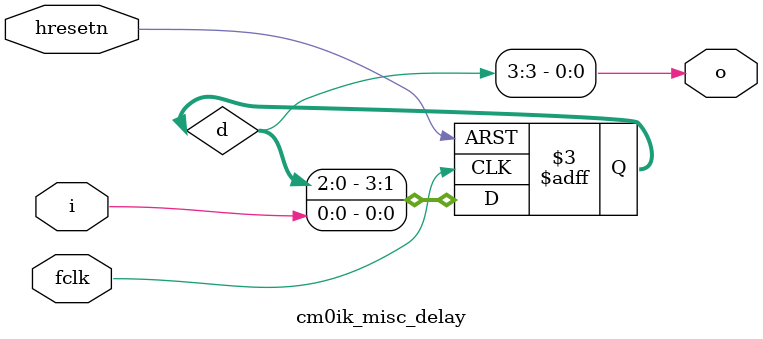
<source format=v>

module cm0ik_misc_delay
  (input  wire  fclk,
   input  wire  hresetn,
   input  wire  i,
   output wire  o);

  reg [3:0] d;

  always@(posedge fclk or negedge hresetn)
    if(~hresetn)
      d <= {4{1'b0}};
    else
      d <= {d[2:0], i};

  assign    o = d[3];
  
endmodule

</source>
